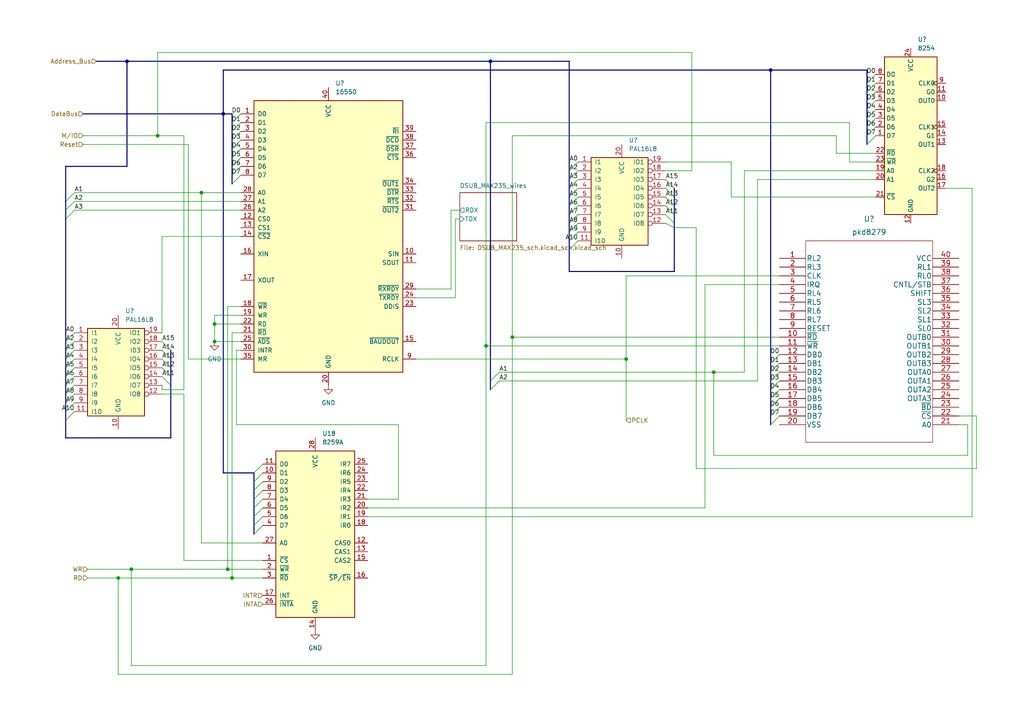
<source format=kicad_sch>
(kicad_sch (version 20211123) (generator eeschema)
  (paper "A4")
  (lib_symbols
    (symbol "Interface:8259A" (pin_names (offset 1.016))
      (property "Reference" "U" (at -10.16 25.4 0))
      (property "Value" "8259A" (at 8.89 25.4 0))
      (symbol "8259A_0_1"
        (rectangle (start -11.43 24.13) (end 11.43 -24.13) (stroke (width 0.254)) (fill (type background)))
      )
      (symbol "8259A_1_1"
        (pin input line (at -15.24 -7.62 0) (length 3.81) (name "~{CS}") (number "1"))
        (pin bidirectional line (at -15.24 17.78 0) (length 3.81) (name "D1") (number "10"))
        (pin bidirectional line (at -15.24 20.32 0) (length 3.81) (name "D0") (number "11"))
        (pin input line (at 15.24 -2.54 180) (length 3.81) (name "CAS0") (number "12"))
        (pin output line (at 15.24 -5.08 180) (length 3.81) (name "CAS1") (number "13"))
        (pin power_in line (at 0 -27.94 90) (length 3.81) (name "GND") (number "14"))
        (pin output line (at 15.24 -7.62 180) (length 3.81) (name "CAS2") (number "15"))
        (pin bidirectional line (at 15.24 -12.7 180) (length 3.81) (name "~{SP}/~{EN}") (number "16"))
        (pin output line (at -15.24 -17.78 0) (length 3.81) (name "INT") (number "17"))
        (pin input line (at 15.24 2.54 180) (length 3.81) (name "IR0") (number "18"))
        (pin input line (at 15.24 5.08 180) (length 3.81) (name "IR1") (number "19"))
        (pin input line (at -15.24 -10.16 0) (length 3.81) (name "~{WR}") (number "2"))
        (pin input line (at 15.24 7.62 180) (length 3.81) (name "IR2") (number "20"))
        (pin input line (at 15.24 10.16 180) (length 3.81) (name "IR3") (number "21"))
        (pin input line (at 15.24 12.7 180) (length 3.81) (name "IR4") (number "22"))
        (pin input line (at 15.24 15.24 180) (length 3.81) (name "IR5") (number "23"))
        (pin input line (at 15.24 17.78 180) (length 3.81) (name "IR6") (number "24"))
        (pin input line (at 15.24 20.32 180) (length 3.81) (name "IR7") (number "25"))
        (pin input line (at -15.24 -20.32 0) (length 3.81) (name "~{INTA}") (number "26"))
        (pin input line (at -15.24 -2.54 0) (length 3.81) (name "A0") (number "27"))
        (pin power_in line (at 0 27.94 270) (length 3.81) (name "VCC") (number "28"))
        (pin input line (at -15.24 -12.7 0) (length 3.81) (name "~{RD}") (number "3"))
        (pin bidirectional line (at -15.24 2.54 0) (length 3.81) (name "D7") (number "4"))
        (pin bidirectional line (at -15.24 5.08 0) (length 3.81) (name "D6") (number "5"))
        (pin bidirectional line (at -15.24 7.62 0) (length 3.81) (name "D5") (number "6"))
        (pin bidirectional line (at -15.24 10.16 0) (length 3.81) (name "D4") (number "7"))
        (pin bidirectional line (at -15.24 12.7 0) (length 3.81) (name "D3") (number "8"))
        (pin bidirectional line (at -15.24 15.24 0) (length 3.81) (name "D2") (number "9"))
      )
    )
    (symbol "Interface_UART:16550" (pin_names (offset 1.016))
      (property "Reference" "U" (at -21.59 40.64 0))
      (property "Value" "16550" (at 15.24 40.64 0))
      (symbol "16550_0_1"
        (rectangle (start -21.59 -39.37) (end 21.59 39.37) (stroke (width 0.254)) (fill (type background)))
      )
      (symbol "16550_1_1"
        (pin bidirectional line (at -25.4 35.56 0) (length 3.81) (name "D0") (number "1"))
        (pin input line (at 25.4 -5.08 180) (length 3.81) (name "SIN") (number "10"))
        (pin output line (at 25.4 -7.62 180) (length 3.81) (name "SOUT") (number "11"))
        (pin input line (at -25.4 5.08 0) (length 3.81) (name "CS0") (number "12"))
        (pin input line (at -25.4 2.54 0) (length 3.81) (name "CS1") (number "13"))
        (pin input line (at -25.4 0 0) (length 3.81) (name "~{CS2}") (number "14"))
        (pin output line (at 25.4 -30.48 180) (length 3.81) (name "~{BAUDOUT}") (number "15"))
        (pin input line (at -25.4 -5.08 0) (length 3.81) (name "XIN") (number "16"))
        (pin output line (at -25.4 -12.7 0) (length 3.81) (name "XOUT") (number "17"))
        (pin input line (at -25.4 -20.32 0) (length 3.81) (name "~{WR}") (number "18"))
        (pin input line (at -25.4 -22.86 0) (length 3.81) (name "WR") (number "19"))
        (pin bidirectional line (at -25.4 33.02 0) (length 3.81) (name "D1") (number "2"))
        (pin power_in line (at 0 -43.18 90) (length 3.81) (name "GND") (number "20"))
        (pin input line (at -25.4 -27.94 0) (length 3.81) (name "~{RD}") (number "21"))
        (pin input line (at -25.4 -25.4 0) (length 3.81) (name "RD") (number "22"))
        (pin output line (at 25.4 -20.32 180) (length 3.81) (name "DDIS") (number "23"))
        (pin output line (at 25.4 -17.78 180) (length 3.81) (name "~{TXRDY}") (number "24"))
        (pin input line (at -25.4 -30.48 0) (length 3.81) (name "~{ADS}") (number "25"))
        (pin input line (at -25.4 7.62 0) (length 3.81) (name "A2") (number "26"))
        (pin input line (at -25.4 10.16 0) (length 3.81) (name "A1") (number "27"))
        (pin input line (at -25.4 12.7 0) (length 3.81) (name "A0") (number "28"))
        (pin output line (at 25.4 -15.24 180) (length 3.81) (name "~{RXRDY}") (number "29"))
        (pin bidirectional line (at -25.4 30.48 0) (length 3.81) (name "D2") (number "3"))
        (pin output line (at -25.4 -33.02 0) (length 3.81) (name "INTR") (number "30"))
        (pin output line (at 25.4 7.62 180) (length 3.81) (name "~{OUT2}") (number "31"))
        (pin output line (at 25.4 10.16 180) (length 3.81) (name "~{RTS}") (number "32"))
        (pin output line (at 25.4 12.7 180) (length 3.81) (name "~{DTR}") (number "33"))
        (pin output line (at 25.4 15.24 180) (length 3.81) (name "~{OUT1}") (number "34"))
        (pin input line (at -25.4 -35.56 0) (length 3.81) (name "MR") (number "35"))
        (pin input line (at 25.4 22.86 180) (length 3.81) (name "~{CTS}") (number "36"))
        (pin input line (at 25.4 25.4 180) (length 3.81) (name "~{DSR}") (number "37"))
        (pin input line (at 25.4 27.94 180) (length 3.81) (name "~{DCD}") (number "38"))
        (pin input line (at 25.4 30.48 180) (length 3.81) (name "~{RI}") (number "39"))
        (pin bidirectional line (at -25.4 27.94 0) (length 3.81) (name "D3") (number "4"))
        (pin power_in line (at 0 43.18 270) (length 3.81) (name "VCC") (number "40"))
        (pin bidirectional line (at -25.4 25.4 0) (length 3.81) (name "D4") (number "5"))
        (pin bidirectional line (at -25.4 22.86 0) (length 3.81) (name "D5") (number "6"))
        (pin bidirectional line (at -25.4 20.32 0) (length 3.81) (name "D6") (number "7"))
        (pin bidirectional line (at -25.4 17.78 0) (length 3.81) (name "D7") (number "8"))
        (pin input line (at 25.4 -35.56 180) (length 3.81) (name "RCLK") (number "9"))
      )
    )
    (symbol "Logic_Programmable:PAL16L8" (pin_names (offset 1.016))
      (property "Reference" "U" (at -8.89 16.51 0))
      (property "Value" "PAL16L8" (at 1.27 16.51 0))
      (symbol "PAL16L8_0_0"
        (pin power_in line (at 0 -15.24 90) (length 3.81) (name "GND") (number "10"))
        (pin power_in line (at 0 17.78 270) (length 3.81) (name "VCC") (number "20"))
      )
      (symbol "PAL16L8_0_1"
        (rectangle (start -8.89 13.97) (end 7.62 -11.43) (stroke (width 0.254)) (fill (type background)))
      )
      (symbol "PAL16L8_1_1"
        (pin input line (at -12.7 12.7 0) (length 3.81) (name "I1") (number "1"))
        (pin input line (at -12.7 -10.16 0) (length 3.81) (name "I10") (number "11"))
        (pin tri_state inverted (at 12.7 -5.08 180) (length 5.08) (name "IO8") (number "12"))
        (pin tri_state inverted (at 12.7 -2.54 180) (length 5.08) (name "IO7") (number "13"))
        (pin tri_state inverted (at 12.7 0 180) (length 5.08) (name "IO6") (number "14"))
        (pin tri_state inverted (at 12.7 2.54 180) (length 5.08) (name "IO5") (number "15"))
        (pin tri_state inverted (at 12.7 5.08 180) (length 5.08) (name "IO4") (number "16"))
        (pin tri_state inverted (at 12.7 7.62 180) (length 5.08) (name "I03") (number "17"))
        (pin tri_state inverted (at 12.7 10.16 180) (length 5.08) (name "IO2") (number "18"))
        (pin tri_state inverted (at 12.7 12.7 180) (length 5.08) (name "IO1") (number "19"))
        (pin input line (at -12.7 10.16 0) (length 3.81) (name "I2") (number "2"))
        (pin input line (at -12.7 7.62 0) (length 3.81) (name "I3") (number "3"))
        (pin input line (at -12.7 5.08 0) (length 3.81) (name "I4") (number "4"))
        (pin input line (at -12.7 2.54 0) (length 3.81) (name "I5") (number "5"))
        (pin input line (at -12.7 0 0) (length 3.81) (name "I6") (number "6"))
        (pin input line (at -12.7 -2.54 0) (length 3.81) (name "I7") (number "7"))
        (pin input line (at -12.7 -5.08 0) (length 3.81) (name "I8") (number "8"))
        (pin input line (at -12.7 -7.62 0) (length 3.81) (name "I9") (number "9"))
      )
    )
    (symbol "Timer:8254"
      (property "Reference" "U" (at -5.08 24.13 0))
      (property "Value" "8254" (at 2.54 24.13 0))
      (symbol "8254_0_1"
        (rectangle (start -7.62 -22.86) (end 7.62 22.86) (stroke (width 0.254)) (fill (type background)))
      )
      (symbol "8254_1_1"
        (pin bidirectional line (at -10.16 0 0) (length 2.54) (name "D7") (number "1"))
        (pin output line (at 10.16 10.16 180) (length 2.54) (name "OUT0") (number "10"))
        (pin input line (at 10.16 12.7 180) (length 2.54) (name "G0") (number "11"))
        (pin power_in line (at 0 -25.4 90) (length 2.54) (name "GND") (number "12"))
        (pin output line (at 10.16 -2.54 180) (length 2.54) (name "OUT1") (number "13"))
        (pin input line (at 10.16 0 180) (length 2.54) (name "G1") (number "14"))
        (pin input clock (at 10.16 2.54 180) (length 2.54) (name "CLK1") (number "15"))
        (pin input line (at 10.16 -12.7 180) (length 2.54) (name "G2") (number "16"))
        (pin output line (at 10.16 -15.24 180) (length 2.54) (name "OUT2") (number "17"))
        (pin input clock (at 10.16 -10.16 180) (length 2.54) (name "CLK2") (number "18"))
        (pin input line (at -10.16 -10.16 0) (length 2.54) (name "A0") (number "19"))
        (pin bidirectional line (at -10.16 2.54 0) (length 2.54) (name "D6") (number "2"))
        (pin input line (at -10.16 -12.7 0) (length 2.54) (name "A1") (number "20"))
        (pin input line (at -10.16 -17.78 0) (length 2.54) (name "~{CS}") (number "21"))
        (pin input line (at -10.16 -5.08 0) (length 2.54) (name "~{RD}") (number "22"))
        (pin input line (at -10.16 -7.62 0) (length 2.54) (name "~{WR}") (number "23"))
        (pin power_in line (at 0 25.4 270) (length 2.54) (name "VCC") (number "24"))
        (pin bidirectional line (at -10.16 5.08 0) (length 2.54) (name "D5") (number "3"))
        (pin bidirectional line (at -10.16 7.62 0) (length 2.54) (name "D4") (number "4"))
        (pin bidirectional line (at -10.16 10.16 0) (length 2.54) (name "D3") (number "5"))
        (pin bidirectional line (at -10.16 12.7 0) (length 2.54) (name "D2") (number "6"))
        (pin bidirectional line (at -10.16 15.24 0) (length 2.54) (name "D1") (number "7"))
        (pin bidirectional line (at -10.16 17.78 0) (length 2.54) (name "D0") (number "8"))
        (pin input clock (at 10.16 15.24 180) (length 2.54) (name "CLK0") (number "9"))
      )
    )
    (symbol "pkd8279:pkd8279" (pin_names (offset 0.254))
      (property "Reference" "U" (at 25.4 13.97 0))
      (property "Value" "pkd8279" (at 25.4 11.43 0))
      (symbol "pkd8279_0_1"
        (rectangle (start 7.62 -53.34) (end 44.45 -53.34))
        (rectangle (start 7.62 5.08) (end 44.45 5.08))
      )
      (symbol "pkd8279_1_1"
        (polyline (pts (xy 7.62 5.08) (xy 7.62 -53.34)) (stroke (width 0.127)))
        (polyline (pts (xy 44.45 -53.34) (xy 44.45 5.08)) (stroke (width 0.127)))
        (pin unspecified line (at 0 0 0) (length 7.62) (name "RL2") (number "1"))
        (pin unspecified line (at 0 -22.86 0) (length 7.62) (name "~{RD}") (number "10"))
        (pin unspecified line (at 0 -25.4 0) (length 7.62) (name "~{WR}") (number "11"))
        (pin unspecified line (at 0 -27.94 0) (length 7.62) (name "DB0") (number "12"))
        (pin unspecified line (at 0 -30.48 0) (length 7.62) (name "DB1") (number "13"))
        (pin unspecified line (at 0 -33.02 0) (length 7.62) (name "DB2") (number "14"))
        (pin unspecified line (at 0 -35.56 0) (length 7.62) (name "DB3") (number "15"))
        (pin unspecified line (at 0 -38.1 0) (length 7.62) (name "DB4") (number "16"))
        (pin unspecified line (at 0 -40.64 0) (length 7.62) (name "DB5") (number "17"))
        (pin unspecified line (at 0 -43.18 0) (length 7.62) (name "DB6") (number "18"))
        (pin unspecified line (at 0 -45.72 0) (length 7.62) (name "DB7") (number "19"))
        (pin unspecified line (at 0 -2.54 0) (length 7.62) (name "RL3") (number "2"))
        (pin unspecified line (at 0 -48.26 0) (length 7.62) (name "VSS") (number "20"))
        (pin unspecified line (at 52.07 -48.26 180) (length 7.62) (name "A0") (number "21"))
        (pin unspecified line (at 52.07 -45.72 180) (length 7.62) (name "~{CS}") (number "22"))
        (pin unspecified line (at 52.07 -43.18 180) (length 7.62) (name "~{BD}") (number "23"))
        (pin unspecified line (at 52.07 -40.64 180) (length 7.62) (name "OUTA3") (number "24"))
        (pin unspecified line (at 52.07 -38.1 180) (length 7.62) (name "OUTA2") (number "25"))
        (pin unspecified line (at 52.07 -35.56 180) (length 7.62) (name "OUTA1") (number "26"))
        (pin unspecified line (at 52.07 -33.02 180) (length 7.62) (name "OUTA0") (number "27"))
        (pin unspecified line (at 52.07 -30.48 180) (length 7.62) (name "OUTB3") (number "28"))
        (pin unspecified line (at 52.07 -27.94 180) (length 7.62) (name "OUTB2") (number "29"))
        (pin unspecified line (at 0 -5.08 0) (length 7.62) (name "CLK") (number "3"))
        (pin unspecified line (at 52.07 -25.4 180) (length 7.62) (name "OUTB1") (number "30"))
        (pin unspecified line (at 52.07 -22.86 180) (length 7.62) (name "OUTB0") (number "31"))
        (pin unspecified line (at 52.07 -20.32 180) (length 7.62) (name "SL0") (number "32"))
        (pin unspecified line (at 52.07 -17.78 180) (length 7.62) (name "SL1") (number "33"))
        (pin unspecified line (at 52.07 -15.24 180) (length 7.62) (name "SL2") (number "34"))
        (pin unspecified line (at 52.07 -12.7 180) (length 7.62) (name "SL3") (number "35"))
        (pin unspecified line (at 52.07 -10.16 180) (length 7.62) (name "SHIFT") (number "36"))
        (pin unspecified line (at 52.07 -7.62 180) (length 7.62) (name "CNTL/STB") (number "37"))
        (pin unspecified line (at 52.07 -5.08 180) (length 7.62) (name "RL0") (number "38"))
        (pin unspecified line (at 52.07 -2.54 180) (length 7.62) (name "RL1") (number "39"))
        (pin unspecified line (at 0 -7.62 0) (length 7.62) (name "IRQ") (number "4"))
        (pin unspecified line (at 52.07 0 180) (length 7.62) (name "VCC") (number "40"))
        (pin unspecified line (at 0 -10.16 0) (length 7.62) (name "RL4") (number "5"))
        (pin unspecified line (at 0 -12.7 0) (length 7.62) (name "RL5") (number "6"))
        (pin unspecified line (at 0 -15.24 0) (length 7.62) (name "RL6") (number "7"))
        (pin unspecified line (at 0 -17.78 0) (length 7.62) (name "RL7") (number "8"))
        (pin unspecified line (at 0 -20.32 0) (length 7.62) (name "RESET") (number "9"))
      )
    )
    (symbol "power:GND" (power) (pin_names (offset 0))
      (property "Value" "GND" (at 0 -3.81 0))
      (symbol "GND_0_1"
        (polyline (pts (xy 0 0) (xy 0 -1.27) (xy 1.27 -1.27) (xy 0 -2.54) (xy -1.27 -1.27) (xy 0 -1.27)))
      )
      (symbol "GND_1_1"
        (pin power_in line (at 0 0 270) (length 0) hide (name "GND") (number "1"))
      )
    )
  )
  (junction (at 45.72 39.37))
  (junction (at 142.24 17.78))
  (junction (at 207.01 107.95))
  (junction (at 140.97 100.33))
  (junction (at 62.23 99.06))
  (junction (at 38.1 165.1))
  (junction (at 67.31 167.64))
  (junction (at 181.61 104.14))
  (junction (at 34.29 167.64))
  (junction (at 58.42 55.88))
  (junction (at 148.59 97.79))
  (junction (at 223.52 20.32))
  (junction (at 64.77 33.02))
  (junction (at 36.83 17.78))
  (junction (at 62.23 93.98))
  (junction (at 66.04 165.1))
  (bus_entry (at 142.24 113.03) (size 2.54 -2.54))
  (bus_entry (at 142.24 110.49) (size 2.54 -2.54))
  (bus_entry (at 46.99 101.6) (size 2.54 2.54))
  (bus_entry (at 21.59 96.52) (size -2.54 2.54))
  (bus_entry (at 21.59 99.06) (size -2.54 2.54))
  (bus_entry (at 21.59 114.3) (size -2.54 2.54))
  (bus_entry (at 21.59 119.38) (size -2.54 2.54))
  (bus_entry (at 21.59 116.84) (size -2.54 2.54))
  (bus_entry (at 21.59 111.76) (size -2.54 2.54))
  (bus_entry (at 21.59 109.22) (size -2.54 2.54))
  (bus_entry (at 21.59 101.6) (size -2.54 2.54))
  (bus_entry (at 21.59 104.14) (size -2.54 2.54))
  (bus_entry (at 21.59 106.68) (size -2.54 2.54))
  (bus_entry (at 165.1 64.77) (size 2.54 -2.54))
  (bus_entry (at 165.1 67.31) (size 2.54 -2.54))
  (bus_entry (at 165.1 69.85) (size 2.54 -2.54))
  (bus_entry (at 165.1 54.61) (size 2.54 -2.54))
  (bus_entry (at 165.1 72.39) (size 2.54 -2.54))
  (bus_entry (at 165.1 59.69) (size 2.54 -2.54))
  (bus_entry (at 165.1 49.53) (size 2.54 -2.54))
  (bus_entry (at 165.1 52.07) (size 2.54 -2.54))
  (bus_entry (at 195.58 62.23) (size -2.54 -2.54))
  (bus_entry (at 165.1 57.15) (size 2.54 -2.54))
  (bus_entry (at 165.1 62.23) (size 2.54 -2.54))
  (bus_entry (at 195.58 59.69) (size -2.54 -2.54))
  (bus_entry (at 195.58 57.15) (size -2.54 -2.54))
  (bus_entry (at 46.99 109.22) (size 2.54 2.54))
  (bus_entry (at 46.99 104.14) (size 2.54 2.54))
  (bus_entry (at 46.99 106.68) (size 2.54 2.54))
  (bus_entry (at 19.05 63.5) (size 2.54 -2.54))
  (bus_entry (at 193.04 52.07) (size 2.54 2.54))
  (bus_entry (at 19.05 60.96) (size 2.54 -2.54))
  (bus_entry (at 46.99 99.06) (size 2.54 2.54))
  (bus_entry (at 251.46 29.21) (size 2.54 -2.54))
  (bus_entry (at 251.46 24.13) (size 2.54 -2.54))
  (bus_entry (at 251.46 26.67) (size 2.54 -2.54))
  (bus_entry (at 251.46 31.75) (size 2.54 -2.54))
  (bus_entry (at 251.46 34.29) (size 2.54 -2.54))
  (bus_entry (at 251.46 39.37) (size 2.54 -2.54))
  (bus_entry (at 251.46 36.83) (size 2.54 -2.54))
  (bus_entry (at 251.46 41.91) (size 2.54 -2.54))
  (bus_entry (at 223.52 105.41) (size 2.54 -2.54))
  (bus_entry (at 223.52 120.65) (size 2.54 -2.54))
  (bus_entry (at 223.52 107.95) (size 2.54 -2.54))
  (bus_entry (at 223.52 123.19) (size 2.54 -2.54))
  (bus_entry (at 223.52 110.49) (size 2.54 -2.54))
  (bus_entry (at 223.52 113.03) (size 2.54 -2.54))
  (bus_entry (at 223.52 115.57) (size 2.54 -2.54))
  (bus_entry (at 223.52 118.11) (size 2.54 -2.54))
  (bus_entry (at 69.85 40.64) (size -2.54 2.54))
  (bus_entry (at 76.2 139.7) (size -2.54 2.54))
  (bus_entry (at 76.2 142.24) (size -2.54 2.54))
  (bus_entry (at 76.2 152.4) (size -2.54 2.54))
  (bus_entry (at 76.2 149.86) (size -2.54 2.54))
  (bus_entry (at 76.2 144.78) (size -2.54 2.54))
  (bus_entry (at 76.2 147.32) (size -2.54 2.54))
  (bus_entry (at 76.2 137.16) (size -2.54 2.54))
  (bus_entry (at 76.2 134.62) (size -2.54 2.54))
  (bus_entry (at 69.85 43.18) (size -2.54 2.54))
  (bus_entry (at 69.85 45.72) (size -2.54 2.54))
  (bus_entry (at 69.85 48.26) (size -2.54 2.54))
  (bus_entry (at 69.85 50.8) (size -2.54 2.54))
  (bus_entry (at 69.85 35.56) (size -2.54 2.54))
  (bus_entry (at 69.85 33.02) (size -2.54 2.54))
  (bus_entry (at 69.85 38.1) (size -2.54 2.54))
  (bus_entry (at 193.04 62.23) (size 2.54 2.54))
  (bus_entry (at 19.05 58.42) (size 2.54 -2.54))
  (wire (pts (xy 66.04 88.9) (xy 69.85 88.9)))
  (bus (pts (xy 49.53 106.68) (xy 49.53 109.22)))
  (bus (pts (xy 19.05 111.76) (xy 19.05 114.3)))
  (wire (pts (xy 54.61 41.91) (xy 54.61 104.14)))
  (bus (pts (xy 223.52 110.49) (xy 223.52 113.03)))
  (wire (pts (xy 207.01 132.08) (xy 280.67 132.08)))
  (wire (pts (xy 53.34 162.56) (xy 76.2 162.56)))
  (wire (pts (xy 246.38 35.56) (xy 246.38 46.99)))
  (wire (pts (xy 66.04 165.1) (xy 66.04 88.9)))
  (wire (pts (xy 200.66 49.53) (xy 193.04 49.53)))
  (bus (pts (xy 73.66 142.24) (xy 73.66 139.7)))
  (bus (pts (xy 223.52 105.41) (xy 223.52 107.95)))
  (wire (pts (xy 148.59 97.79) (xy 226.06 97.79)))
  (wire (pts (xy 67.31 96.52) (xy 69.85 96.52)))
  (wire (pts (xy 226.06 80.01) (xy 181.61 80.01)))
  (bus (pts (xy 19.05 48.26) (xy 36.83 48.26)))
  (bus (pts (xy 19.05 116.84) (xy 19.05 119.38)))
  (wire (pts (xy 34.29 167.64) (xy 67.31 167.64)))
  (bus (pts (xy 67.31 45.72) (xy 67.31 48.26)))
  (wire (pts (xy 144.78 107.95) (xy 207.01 107.95)))
  (wire (pts (xy 21.59 60.96) (xy 69.85 60.96)))
  (wire (pts (xy 193.04 46.99) (xy 212.09 46.99)))
  (wire (pts (xy 46.99 113.03) (xy 46.99 111.76)))
  (wire (pts (xy 58.42 55.88) (xy 58.42 157.48)))
  (bus (pts (xy 67.31 40.64) (xy 67.31 43.18)))
  (wire (pts (xy 69.85 101.6) (xy 68.58 101.6)))
  (bus (pts (xy 49.53 101.6) (xy 49.53 104.14)))
  (bus (pts (xy 19.05 114.3) (xy 19.05 116.84)))
  (wire (pts (xy 68.58 123.19) (xy 115.57 123.19)))
  (bus (pts (xy 165.1 54.61) (xy 165.1 57.15)))
  (wire (pts (xy 219.71 52.07) (xy 254 52.07)))
  (bus (pts (xy 165.1 57.15) (xy 165.1 59.69)))
  (bus (pts (xy 195.58 59.69) (xy 195.58 62.23)))
  (bus (pts (xy 251.46 36.83) (xy 251.46 39.37)))
  (wire (pts (xy 46.99 68.58) (xy 46.99 96.52)))
  (wire (pts (xy 120.65 104.14) (xy 181.61 104.14)))
  (bus (pts (xy 223.52 107.95) (xy 223.52 110.49)))
  (bus (pts (xy 165.1 62.23) (xy 165.1 64.77)))
  (wire (pts (xy 280.67 123.19) (xy 278.13 123.19)))
  (wire (pts (xy 53.34 113.03) (xy 46.99 113.03)))
  (bus (pts (xy 24.13 33.02) (xy 64.77 33.02)))
  (bus (pts (xy 223.52 20.32) (xy 251.46 20.32)))
  (bus (pts (xy 223.52 20.32) (xy 223.52 105.41)))
  (wire (pts (xy 53.34 39.37) (xy 53.34 113.03)))
  (wire (pts (xy 24.13 39.37) (xy 45.72 39.37)))
  (wire (pts (xy 46.99 114.3) (xy 53.34 114.3)))
  (bus (pts (xy 67.31 43.18) (xy 67.31 45.72)))
  (wire (pts (xy 201.93 66.04) (xy 201.93 135.89)))
  (wire (pts (xy 67.31 167.64) (xy 67.31 96.52)))
  (wire (pts (xy 132.08 86.36) (xy 132.08 63.5)))
  (wire (pts (xy 140.97 100.33) (xy 140.97 35.56)))
  (wire (pts (xy 54.61 104.14) (xy 69.85 104.14)))
  (bus (pts (xy 67.31 35.56) (xy 67.31 38.1)))
  (wire (pts (xy 181.61 80.01) (xy 181.61 104.14)))
  (bus (pts (xy 73.66 137.16) (xy 64.77 137.16)))
  (bus (pts (xy 165.1 17.78) (xy 165.1 49.53)))
  (bus (pts (xy 142.24 17.78) (xy 165.1 17.78)))
  (wire (pts (xy 24.13 41.91) (xy 54.61 41.91)))
  (wire (pts (xy 215.9 107.95) (xy 215.9 49.53)))
  (bus (pts (xy 67.31 48.26) (xy 67.31 50.8)))
  (wire (pts (xy 280.67 132.08) (xy 280.67 123.19)))
  (wire (pts (xy 132.08 63.5) (xy 133.35 63.5)))
  (wire (pts (xy 242.57 44.45) (xy 254 44.45)))
  (bus (pts (xy 19.05 121.92) (xy 19.05 127)))
  (bus (pts (xy 165.1 69.85) (xy 165.1 72.39)))
  (bus (pts (xy 67.31 38.1) (xy 67.31 40.64)))
  (wire (pts (xy 21.59 55.88) (xy 58.42 55.88)))
  (wire (pts (xy 195.58 66.04) (xy 201.93 66.04)))
  (bus (pts (xy 36.83 17.78) (xy 142.24 17.78)))
  (bus (pts (xy 73.66 149.86) (xy 73.66 147.32)))
  (wire (pts (xy 34.29 195.58) (xy 148.59 195.58)))
  (wire (pts (xy 58.42 55.88) (xy 69.85 55.88)))
  (bus (pts (xy 64.77 33.02) (xy 64.77 137.16)))
  (wire (pts (xy 140.97 193.04) (xy 140.97 100.33)))
  (wire (pts (xy 38.1 193.04) (xy 140.97 193.04)))
  (bus (pts (xy 67.31 33.02) (xy 67.31 35.56)))
  (bus (pts (xy 64.77 33.02) (xy 67.31 33.02)))
  (wire (pts (xy 69.85 91.44) (xy 62.23 91.44)))
  (bus (pts (xy 19.05 99.06) (xy 19.05 101.6)))
  (bus (pts (xy 73.66 147.32) (xy 73.66 144.78)))
  (wire (pts (xy 226.06 82.55) (xy 204.47 82.55)))
  (wire (pts (xy 212.09 46.99) (xy 212.09 57.15)))
  (bus (pts (xy 49.53 109.22) (xy 49.53 111.76)))
  (bus (pts (xy 165.1 49.53) (xy 165.1 52.07)))
  (bus (pts (xy 64.77 33.02) (xy 64.77 20.32)))
  (bus (pts (xy 251.46 29.21) (xy 251.46 31.75)))
  (bus (pts (xy 251.46 31.75) (xy 251.46 34.29)))
  (bus (pts (xy 142.24 17.78) (xy 142.24 110.49)))
  (bus (pts (xy 73.66 139.7) (xy 73.66 137.16)))
  (wire (pts (xy 148.59 195.58) (xy 148.59 97.79)))
  (wire (pts (xy 281.94 149.86) (xy 106.68 149.86)))
  (bus (pts (xy 251.46 24.13) (xy 251.46 26.67)))
  (wire (pts (xy 195.58 66.04) (xy 193.04 64.77)))
  (bus (pts (xy 49.53 127) (xy 19.05 127)))
  (bus (pts (xy 223.52 118.11) (xy 223.52 120.65)))
  (bus (pts (xy 223.52 120.65) (xy 223.52 123.19)))
  (wire (pts (xy 212.09 57.15) (xy 254 57.15)))
  (bus (pts (xy 165.1 67.31) (xy 165.1 69.85)))
  (wire (pts (xy 53.34 114.3) (xy 53.34 162.56)))
  (bus (pts (xy 73.66 152.4) (xy 73.66 149.86)))
  (wire (pts (xy 200.66 15.24) (xy 200.66 49.53)))
  (bus (pts (xy 19.05 109.22) (xy 19.05 111.76)))
  (wire (pts (xy 62.23 91.44) (xy 62.23 93.98)))
  (wire (pts (xy 281.94 54.61) (xy 281.94 149.86)))
  (wire (pts (xy 204.47 82.55) (xy 204.47 147.32)))
  (wire (pts (xy 58.42 157.48) (xy 76.2 157.48)))
  (bus (pts (xy 67.31 50.8) (xy 67.31 53.34)))
  (bus (pts (xy 251.46 34.29) (xy 251.46 36.83)))
  (bus (pts (xy 195.58 57.15) (xy 195.58 59.69)))
  (bus (pts (xy 49.53 111.76) (xy 49.53 127)))
  (wire (pts (xy 207.01 107.95) (xy 207.01 132.08)))
  (bus (pts (xy 165.1 59.69) (xy 165.1 62.23)))
  (wire (pts (xy 67.31 167.64) (xy 76.2 167.64)))
  (bus (pts (xy 19.05 63.5) (xy 19.05 60.96)))
  (bus (pts (xy 73.66 144.78) (xy 73.66 142.24)))
  (wire (pts (xy 274.32 54.61) (xy 281.94 54.61)))
  (wire (pts (xy 34.29 167.64) (xy 34.29 195.58)))
  (wire (pts (xy 140.97 35.56) (xy 246.38 35.56)))
  (bus (pts (xy 165.1 72.39) (xy 165.1 78.74)))
  (bus (pts (xy 195.58 64.77) (xy 195.58 78.74)))
  (wire (pts (xy 45.72 39.37) (xy 53.34 39.37)))
  (wire (pts (xy 207.01 107.95) (xy 215.9 107.95)))
  (wire (pts (xy 106.68 147.32) (xy 204.47 147.32)))
  (wire (pts (xy 219.71 110.49) (xy 219.71 52.07)))
  (wire (pts (xy 25.4 167.64) (xy 34.29 167.64)))
  (bus (pts (xy 19.05 101.6) (xy 19.05 104.14)))
  (bus (pts (xy 36.83 48.26) (xy 36.83 17.78)))
  (bus (pts (xy 19.05 99.06) (xy 19.05 63.5)))
  (bus (pts (xy 19.05 106.68) (xy 19.05 109.22)))
  (wire (pts (xy 45.72 39.37) (xy 45.72 15.24)))
  (wire (pts (xy 201.93 135.89) (xy 283.21 135.89)))
  (bus (pts (xy 251.46 39.37) (xy 251.46 41.91)))
  (wire (pts (xy 62.23 93.98) (xy 69.85 93.98)))
  (bus (pts (xy 19.05 60.96) (xy 19.05 58.42)))
  (wire (pts (xy 45.72 15.24) (xy 200.66 15.24)))
  (bus (pts (xy 19.05 119.38) (xy 19.05 121.92)))
  (wire (pts (xy 140.97 100.33) (xy 226.06 100.33)))
  (bus (pts (xy 19.05 48.26) (xy 19.05 58.42)))
  (wire (pts (xy 38.1 165.1) (xy 66.04 165.1)))
  (wire (pts (xy 148.59 97.79) (xy 148.59 39.37)))
  (wire (pts (xy 66.04 165.1) (xy 76.2 165.1)))
  (bus (pts (xy 27.94 17.78) (xy 36.83 17.78)))
  (bus (pts (xy 251.46 20.32) (xy 251.46 24.13)))
  (wire (pts (xy 62.23 93.98) (xy 62.23 99.06)))
  (bus (pts (xy 223.52 115.57) (xy 223.52 118.11)))
  (bus (pts (xy 251.46 26.67) (xy 251.46 29.21)))
  (bus (pts (xy 64.77 20.32) (xy 223.52 20.32)))
  (wire (pts (xy 242.57 39.37) (xy 242.57 44.45)))
  (wire (pts (xy 62.23 99.06) (xy 69.85 99.06)))
  (wire (pts (xy 68.58 101.6) (xy 68.58 123.19)))
  (wire (pts (xy 38.1 165.1) (xy 38.1 193.04)))
  (bus (pts (xy 49.53 104.14) (xy 49.53 106.68)))
  (wire (pts (xy 21.59 58.42) (xy 69.85 58.42)))
  (bus (pts (xy 73.66 154.94) (xy 73.66 152.4)))
  (bus (pts (xy 165.1 52.07) (xy 165.1 54.61)))
  (bus (pts (xy 165.1 78.74) (xy 195.58 78.74)))
  (wire (pts (xy 130.81 60.96) (xy 133.35 60.96)))
  (wire (pts (xy 130.81 83.82) (xy 130.81 60.96)))
  (bus (pts (xy 195.58 62.23) (xy 195.58 64.77)))
  (bus (pts (xy 223.52 113.03) (xy 223.52 115.57)))
  (wire (pts (xy 115.57 144.78) (xy 106.68 144.78)))
  (wire (pts (xy 181.61 104.14) (xy 181.61 121.92)))
  (bus (pts (xy 142.24 110.49) (xy 142.24 113.03)))
  (wire (pts (xy 25.4 165.1) (xy 38.1 165.1)))
  (wire (pts (xy 120.65 83.82) (xy 130.81 83.82)))
  (bus (pts (xy 165.1 64.77) (xy 165.1 67.31)))
  (bus (pts (xy 195.58 54.61) (xy 195.58 57.15)))
  (wire (pts (xy 120.65 86.36) (xy 132.08 86.36)))
  (wire (pts (xy 144.78 110.49) (xy 219.71 110.49)))
  (wire (pts (xy 115.57 123.19) (xy 115.57 144.78)))
  (wire (pts (xy 283.21 135.89) (xy 283.21 120.65)))
  (wire (pts (xy 148.59 39.37) (xy 242.57 39.37)))
  (wire (pts (xy 69.85 68.58) (xy 46.99 68.58)))
  (wire (pts (xy 283.21 120.65) (xy 278.13 120.65)))
  (bus (pts (xy 19.05 104.14) (xy 19.05 106.68)))
  (wire (pts (xy 246.38 46.99) (xy 254 46.99)))
  (wire (pts (xy 215.9 49.53) (xy 254 49.53)))
  (label "D5" (at 254 34.29 180))
  (label "D6" (at 254 36.83 180))
  (label "A13" (at 193.04 57.15 0))
  (label "D4" (at 254 31.75 180))
  (label "A13" (at 46.99 104.14 0))
  (label "A2" (at 21.59 58.42 0))
  (label "D2" (at 69.85 38.1 180))
  (label "A1" (at 21.59 55.88 0))
  (label "D6" (at 69.85 48.26 180))
  (label "D3" (at 254 29.21 180))
  (label "A2" (at 21.59 99.06 180))
  (label "A12" (at 46.99 106.68 0))
  (label "D1" (at 69.85 35.56 180))
  (label "D1" (at 226.06 105.41 180))
  (label "A5" (at 21.59 106.68 180))
  (label "A0" (at 167.64 46.99 180))
  (label "A3" (at 21.59 60.96 0))
  (label "D7" (at 254 39.37 180))
  (label "A2" (at 167.64 49.53 180))
  (label "D0" (at 69.85 33.02 180))
  (label "D0" (at 254 21.59 180))
  (label "D7" (at 226.06 120.65 180))
  (label "A6" (at 21.59 109.22 180))
  (label "A5" (at 167.64 57.15 180))
  (label "D4" (at 69.85 43.18 180))
  (label "D2" (at 254 26.67 180))
  (label "A12" (at 193.04 59.69 0))
  (label "A9" (at 21.59 116.84 180))
  (label "D5" (at 226.06 115.57 180))
  (label "A3" (at 167.64 52.07 180))
  (label "D3" (at 69.85 40.64 180))
  (label "A6" (at 167.64 59.69 180))
  (label "A15" (at 46.99 99.06 0))
  (label "A1" (at 144.78 107.95 0))
  (label "A9" (at 167.64 67.31 180))
  (label "A10" (at 167.64 69.85 180))
  (label "D0" (at 226.06 102.87 180))
  (label "D2" (at 226.06 107.95 180))
  (label "A14" (at 193.04 54.61 0))
  (label "A4" (at 21.59 104.14 180))
  (label "D7" (at 69.85 50.8 180))
  (label "A8" (at 167.64 64.77 180))
  (label "A10" (at 21.59 119.38 180))
  (label "A3" (at 21.59 101.6 180))
  (label "D3" (at 226.06 110.49 180))
  (label "A7" (at 167.64 62.23 180))
  (label "A14" (at 46.99 101.6 0))
  (label "A2" (at 144.78 110.49 0))
  (label "D5" (at 69.85 45.72 180))
  (label "A15" (at 193.04 52.07 0))
  (label "D6" (at 226.06 118.11 180))
  (label "A11" (at 46.99 109.22 0))
  (label "A7" (at 21.59 111.76 180))
  (label "A0" (at 21.59 96.52 180))
  (label "A4" (at 167.64 54.61 180))
  (label "A8" (at 21.59 114.3 180))
  (label "D4" (at 226.06 113.03 180))
  (label "A11" (at 193.04 62.23 0))
  (label "D1" (at 254 24.13 180))
  (hierarchical_label "WR" (shape input) (at 25.4 165.1 180))
  (hierarchical_label "INTR" (shape input) (at 76.2 172.72 180))
  (hierarchical_label "Address_Bus" (shape input) (at 27.94 17.78 180))
  (hierarchical_label "M{slash}IO" (shape input) (at 24.13 39.37 180))
  (hierarchical_label "DataBus" (shape input) (at 24.13 33.02 180))
  (hierarchical_label "Reset" (shape input) (at 24.13 41.91 180))
  (hierarchical_label "PCLK" (shape input) (at 181.61 121.92 0))
  (hierarchical_label "RD" (shape input) (at 25.4 167.64 180))
  (hierarchical_label "INTA" (shape input) (at 76.2 175.26 180))
  (symbol (lib_id "power:GND") (at 62.23 99.06 0) (unit 1)
    (property "Reference" "#PWR?" (effects hide))
    (property "Value" "GND" (at 62.23 104.14 0))
  )
  (symbol (lib_id "Interface_UART:16550") (at 95.25 68.58 0) (unit 1)
    (property "Reference" "U?" (at 97.2694 24.13 0) (effects (justify left)))
    (property "Value" "16550" (at 97.2694 26.67 0) (effects (justify left)))
    (property "Footprint" "Package_DIP:DIP-40_W15.24mm" (effects hide))
    (property "Datasheet" "http://www.ti.com/lit/ds/symlink/pc16550d.pdf" (effects hide))
  )
  (symbol (lib_id "power:GND") (at 95.25 111.76 0) (unit 1)
    (property "Reference" "#PWR?" (effects hide))
    (property "Value" "GND" (at 95.25 116.84 0))
  )
  (symbol (lib_id "Logic_Programmable:PAL16L8") (at 34.29 109.22 0) (unit 1)
    (property "Reference" "U?" (at 36.3094 90.17 0) (effects (justify left)))
    (property "Value" "PAL16L8" (at 36.3094 92.71 0) (effects (justify left)))
  )
  (symbol (lib_id "Interface:8259A") (at 91.44 154.94 0) (unit 1)
    (property "Reference" "U18" (at 93.4594 125.73 0) (effects (justify left)))
    (property "Value" "8259A" (at 93.4594 128.27 0) (effects (justify left)))
    (property "Footprint" "Package_DIP:DIP-28_W15.24mm" (effects hide))
    (property "Datasheet" "http://pdos.csail.mit.edu/6.828/2005/readings/hardware/8259A.pdf" (effects hide))
  )
  (symbol (lib_id "Logic_Programmable:PAL16L8") (at 180.34 59.69 0) (unit 1)
    (property "Reference" "U?" (at 182.3594 40.64 0) (effects (justify left)))
    (property "Value" "PAL16L8" (at 182.3594 43.18 0) (effects (justify left)))
  )
  (symbol (lib_id "Timer:8254") (at 264.16 39.37 0) (unit 1)
    (property "Reference" "U?" (at 266.1794 11.43 0) (effects (justify left)))
    (property "Value" "8254" (at 266.1794 13.97 0) (effects (justify left)))
    (property "Footprint" "Package_DIP:DIP-24_W15.24mm" (effects hide))
    (property "Datasheet" "http://www.scs.stanford.edu/10wi-cs140/pintos/specs/8254.pdf" (effects hide))
  )
  (symbol (lib_id "pkd8279:pkd8279") (at 226.06 74.93 0) (unit 1)
    (property "Reference" "U?" (at 252.095 63.5 0) (effects (font (size 1.524 1.524))))
    (property "Value" "pkd8279" (at 252.095 67.31 0) (effects (font (size 1.524 1.524))))
    (property "Footprint" "pkd8279" (effects hide))
  )
  (symbol (lib_id "power:GND") (at 91.44 182.88 0) (unit 1)
    (property "Reference" "#PWR?" (effects hide))
    (property "Value" "GND" (at 91.44 187.96 0))
  )
  (sheet (at 133.35 55.88) (size 16.51 13.97) (stroke (width 0.1524))
    (property "Sheet name" "DSUB_MAX235_wires" (at 133.35 54.61 0) (effects (justify left bottom)))
    (property "Sheet file" "DSUB_MAX235_sch.kicad_sch.kicad_sch" (at 133.35 71.12 0) (effects (justify left top)))
    (pin "TDX" input (at 133.35 63.5 180))
    (pin "RDX" output (at 133.35 60.96 180))
  )
)
</source>
